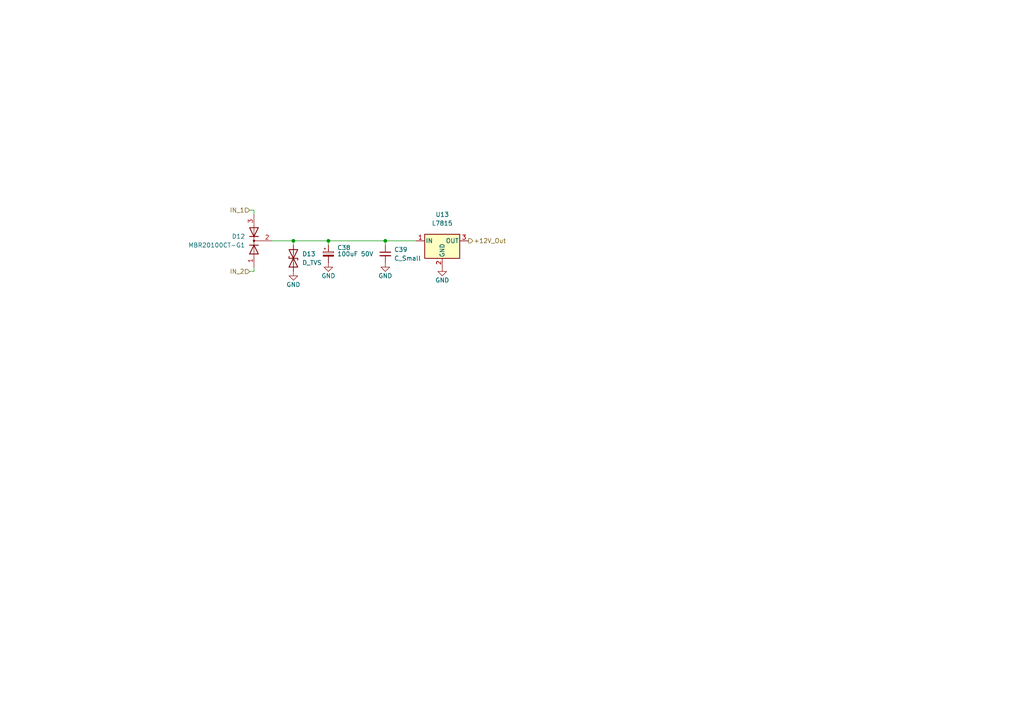
<source format=kicad_sch>
(kicad_sch (version 20211123) (generator eeschema)
  (paper "A4")
  (lib_symbols
    (symbol "Device:C_Polarized_Small" (pin_numbers hide) (pin_names (offset 0.254) hide)
      (property "Reference" "C" (at 0.254 1.778 0))
      (property "Value" "C_Polarized_Small" (at 0.254 -2.032 0))
      (symbol "C_Polarized_Small_0_1"
        (rectangle (start -1.524 -0.3048) (end 1.524 -0.6858) (fill (type outline)))
        (rectangle (start -1.524 0.6858) (end 1.524 0.3048))
        (polyline (pts (xy -1.27 1.524) (xy -0.762 1.524)))
        (polyline (pts (xy -1.016 1.27) (xy -1.016 1.778)))
      )
      (symbol "C_Polarized_Small_1_1"
        (pin passive line (at 0 2.54 270) (length 1.8542) (name "~") (number "1"))
        (pin passive line (at 0 -2.54 90) (length 1.8542) (name "~") (number "2"))
      )
    )
    (symbol "Device:C_Small" (pin_numbers hide) (pin_names (offset 0.254) hide)
      (property "Reference" "C" (at 0.254 1.778 0))
      (property "Value" "C_Small" (at 0.254 -2.032 0))
      (symbol "C_Small_0_1"
        (polyline (pts (xy -1.524 -0.508) (xy 1.524 -0.508)) (stroke (width 0.3302)))
        (polyline (pts (xy -1.524 0.508) (xy 1.524 0.508)) (stroke (width 0.3048)))
      )
      (symbol "C_Small_1_1"
        (pin passive line (at 0 2.54 270) (length 2.032) (name "~") (number "1"))
        (pin passive line (at 0 -2.54 90) (length 2.032) (name "~") (number "2"))
      )
    )
    (symbol "Device:D_Dual_CommonCathode_AKA" (pin_names (offset 0.762) hide)
      (property "Reference" "D" (at 1.27 -2.54 0))
      (property "Value" "D_Dual_CommonCathode_AKA" (at 0 2.54 0))
      (symbol "D_Dual_CommonCathode_AKA_0_1"
        (polyline (pts (xy 0 0) (xy 0 -2.54)))
        (polyline (pts (xy 3.81 0) (xy -3.81 0)))
        (polyline (pts (xy -1.27 -1.27) (xy -1.27 1.27) (xy -1.27 1.27)) (stroke (width 0.254)))
        (polyline (pts (xy 1.27 -1.27) (xy 1.27 1.27) (xy 1.27 1.27)) (stroke (width 0.254)))
        (polyline (pts (xy -3.81 1.27) (xy -1.27 0) (xy -3.81 -1.27) (xy -3.81 1.27) (xy -3.81 1.27) (xy -3.81 1.27)) (stroke (width 0.254)))
        (polyline (pts (xy 3.81 -1.27) (xy 1.27 0) (xy 3.81 1.27) (xy 3.81 -1.27) (xy 3.81 -1.27) (xy 3.81 -1.27)) (stroke (width 0.254)))
        (circle (center 0 0) (radius 0.254) (fill (type outline)))
        (pin passive line (at -7.62 0 0) (length 3.81) (name "A") (number "1"))
        (pin passive line (at 0 -5.08 90) (length 2.54) (name "K") (number "2"))
        (pin passive line (at 7.62 0 180) (length 3.81) (name "A") (number "3"))
      )
    )
    (symbol "Device:D_TVS" (pin_numbers hide) (pin_names (offset 1.016) hide)
      (property "Reference" "D" (at 0 2.54 0))
      (property "Value" "D_TVS" (at 0 -2.54 0))
      (symbol "D_TVS_0_1"
        (polyline (pts (xy 1.27 0) (xy -1.27 0)))
        (polyline (pts (xy 0.508 1.27) (xy 0 1.27) (xy 0 -1.27) (xy -0.508 -1.27)) (stroke (width 0.254)))
        (polyline (pts (xy -2.54 1.27) (xy -2.54 -1.27) (xy 2.54 1.27) (xy 2.54 -1.27) (xy -2.54 1.27)) (stroke (width 0.254)))
      )
      (symbol "D_TVS_1_1"
        (pin passive line (at -3.81 0 0) (length 2.54) (name "A1") (number "1"))
        (pin passive line (at 3.81 0 180) (length 2.54) (name "A2") (number "2"))
      )
    )
    (symbol "Regulator_Linear:L7815" (pin_names (offset 0.254))
      (property "Reference" "U" (at -3.81 3.175 0))
      (property "Value" "L7815" (at 0 3.175 0))
      (symbol "L7815_0_1"
        (rectangle (start -5.08 1.905) (end 5.08 -5.08) (stroke (width 0.254)) (fill (type background)))
      )
      (symbol "L7815_1_1"
        (pin power_in line (at -7.62 0 0) (length 2.54) (name "IN") (number "1"))
        (pin power_in line (at 0 -7.62 90) (length 2.54) (name "GND") (number "2"))
        (pin power_out line (at 7.62 0 180) (length 2.54) (name "OUT") (number "3"))
      )
    )
    (symbol "power:GND" (power) (pin_names (offset 0))
      (property "Value" "GND" (at 0 -3.81 0))
      (symbol "GND_0_1"
        (polyline (pts (xy 0 0) (xy 0 -1.27) (xy 1.27 -1.27) (xy 0 -2.54) (xy -1.27 -1.27) (xy 0 -1.27)))
      )
      (symbol "GND_1_1"
        (pin power_in line (at 0 0 270) (length 0) hide (name "GND") (number "1"))
      )
    )
  )
  (junction (at 85.09 69.85))
  (junction (at 111.76 69.85))
  (junction (at 95.25 69.85))
  (wire (pts (xy 72.39 78.74) (xy 73.66 78.74)))
  (wire (pts (xy 95.25 69.85) (xy 95.25 71.12)))
  (wire (pts (xy 72.39 60.96) (xy 73.66 60.96)))
  (wire (pts (xy 85.09 69.85) (xy 95.25 69.85)))
  (wire (pts (xy 73.66 60.96) (xy 73.66 62.23)))
  (wire (pts (xy 111.76 69.85) (xy 111.76 71.12)))
  (wire (pts (xy 73.66 78.74) (xy 73.66 77.47)))
  (wire (pts (xy 95.25 69.85) (xy 111.76 69.85)))
  (wire (pts (xy 111.76 69.85) (xy 120.65 69.85)))
  (wire (pts (xy 85.09 69.85) (xy 85.09 71.12)))
  (wire (pts (xy 78.74 69.85) (xy 85.09 69.85)))
  (hierarchical_label "IN_2" (shape input) (at 72.39 78.74 180))
  (hierarchical_label "+12V_Out" (shape output) (at 135.89 69.85 0))
  (hierarchical_label "IN_1" (shape input) (at 72.39 60.96 180))
  (symbol (lib_id "Device:C_Polarized_Small") (at 95.25 73.66 0) (unit 1)
    (property "Reference" "C38" (at 97.79 71.8438 0) (effects (justify left)))
    (property "Value" "100uF 50V" (at 97.79 73.66 0) (effects (justify left)))
    (property "Footprint" "Capacitor_THT:CP_Radial_D8.0mm_P3.50mm" (effects hide))
    (property "P/N" "860010674014" (effects hide))
  )
  (symbol (lib_id "power:GND") (at 111.76 76.2 0) (unit 1)
    (property "Reference" "#PWR034" (effects hide))
    (property "Value" "GND" (at 111.76 80.01 0))
  )
  (symbol (lib_id "Device:D_TVS") (at 85.09 74.93 90) (unit 1)
    (property "Reference" "D13" (at 87.63 73.6599 90) (effects (justify right)))
    (property "Value" "D_TVS" (at 87.63 76.1999 90) (effects (justify right)))
  )
  (symbol (lib_id "power:GND") (at 128.27 77.47 0) (unit 1)
    (property "Reference" "#PWR035" (effects hide))
    (property "Value" "GND" (at 128.27 81.28 0))
  )
  (symbol (lib_id "Device:D_Dual_CommonCathode_AKA") (at 73.66 69.85 90) (unit 1)
    (property "Reference" "D12" (at 71.12 68.5799 90) (effects (justify left)))
    (property "Value" "MBR20100CT-G1" (at 71.12 71.1199 90) (effects (justify left)))
    (property "Footprint" "Package_TO_SOT_THT:TO-220-3_Vertical" (effects hide))
    (property "P/N" "MBR20100CT-G1" (effects hide))
  )
  (symbol (lib_id "power:GND") (at 85.09 78.74 0) (unit 1)
    (property "Reference" "#PWR032" (effects hide))
    (property "Value" "GND" (at 85.09 82.55 0))
  )
  (symbol (lib_id "Regulator_Linear:L7815") (at 128.27 69.85 0) (unit 1)
    (property "Reference" "U13" (at 128.27 62.23 0))
    (property "Value" "L7815" (at 128.27 64.77 0))
    (property "Footprint" "Package_TO_SOT_THT:TO-220-3_Vertical" (effects hide))
    (property "Datasheet" "http://www.st.com/content/ccc/resource/technical/document/datasheet/41/4f/b3/b0/12/d4/47/88/CD00000444.pdf/files/CD00000444.pdf/jcr:content/translations/en.CD00000444.pdf" (effects hide))
  )
  (symbol (lib_id "power:GND") (at 95.25 76.2 0) (unit 1)
    (property "Reference" "#PWR033" (effects hide))
    (property "Value" "GND" (at 95.25 80.01 0))
  )
  (symbol (lib_id "Device:C_Small") (at 111.76 73.66 0) (unit 1)
    (property "Reference" "C39" (at 114.3 72.3962 0) (effects (justify left)))
    (property "Value" "C_Small" (at 114.3 74.9362 0) (effects (justify left)))
  )
)
</source>
